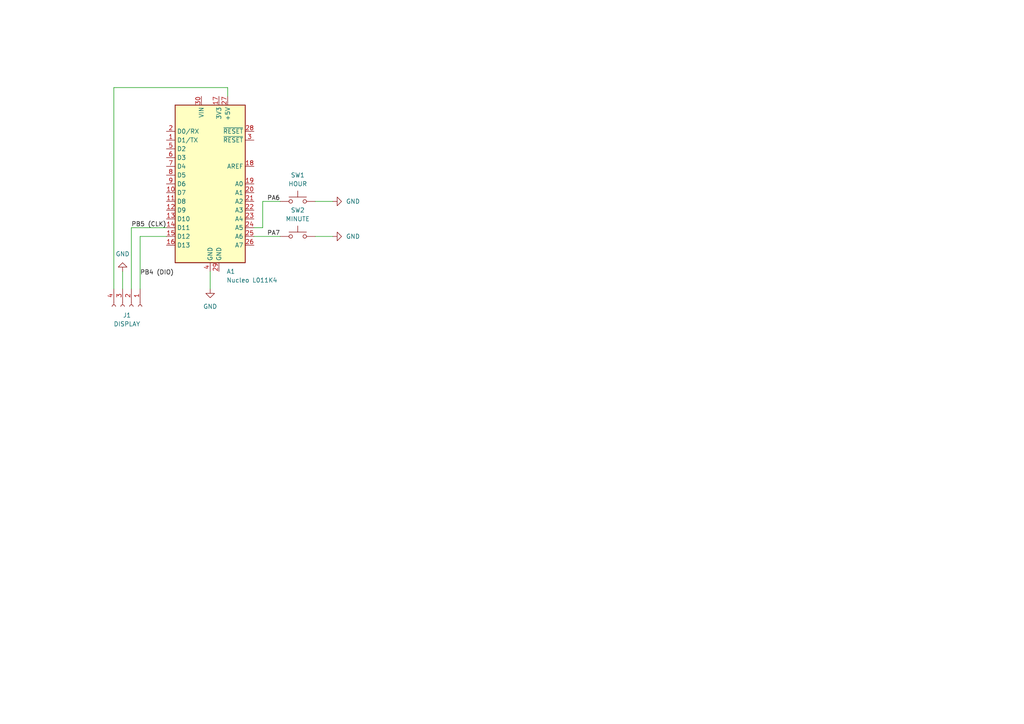
<source format=kicad_sch>
(kicad_sch (version 20230121) (generator eeschema)
  (paper "A4")
  (title_block (title "rkclock") (rev "0"))
  (lib_symbols
    (symbol "Connector:Conn_01x04_Socket" (pin_names (offset 1.016) hide)
      (property "Reference" "J" (at 0 5.08 0))
      (property "Value" "Conn_01x04_Socket" (at 0 -7.62 0))
      (symbol "Conn_01x04_Socket_1_1"
        (arc (start 0 -4.572) (mid -0.5058 -5.08) (end 0 -5.588) (stroke (width 0.1524)))
        (arc (start 0 -2.032) (mid -0.5058 -2.54) (end 0 -3.048) (stroke (width 0.1524)))
        (polyline (pts (xy -1.27 -5.08) (xy -0.508 -5.08)) (stroke (width 0.1524)))
        (polyline (pts (xy -1.27 -2.54) (xy -0.508 -2.54)) (stroke (width 0.1524)))
        (polyline (pts (xy -1.27 0) (xy -0.508 0)) (stroke (width 0.1524)))
        (polyline (pts (xy -1.27 2.54) (xy -0.508 2.54)) (stroke (width 0.1524)))
        (arc (start 0 0.508) (mid -0.5058 0) (end 0 -0.508) (stroke (width 0.1524)))
        (arc (start 0 3.048) (mid -0.5058 2.54) (end 0 2.032) (stroke (width 0.1524)))
        (pin passive line (at -5.08 2.54 0) (length 3.81) (name "Pin_1") (number "1"))
        (pin passive line (at -5.08 0 0) (length 3.81) (name "Pin_2") (number "2"))
        (pin passive line (at -5.08 -2.54 0) (length 3.81) (name "Pin_3") (number "3"))
        (pin passive line (at -5.08 -5.08 0) (length 3.81) (name "Pin_4") (number "4"))
      )
    )
    (symbol "MCU_Module:Arduino_Nano_v3.x"
      (property "Reference" "A" (at -10.16 23.495 0))
      (property "Value" "Arduino_Nano_v3.x" (at 5.08 -24.13 0))
      (symbol "Arduino_Nano_v3.x_0_1"
        (rectangle (start -10.16 22.86) (end 10.16 -22.86) (stroke (width 0.254)) (fill (type background)))
      )
      (symbol "Arduino_Nano_v3.x_1_1"
        (pin bidirectional line (at -12.7 12.7 0) (length 2.54) (name "D1/TX") (number "1"))
        (pin bidirectional line (at -12.7 -2.54 0) (length 2.54) (name "D7") (number "10"))
        (pin bidirectional line (at -12.7 -5.08 0) (length 2.54) (name "D8") (number "11"))
        (pin bidirectional line (at -12.7 -7.62 0) (length 2.54) (name "D9") (number "12"))
        (pin bidirectional line (at -12.7 -10.16 0) (length 2.54) (name "D10") (number "13"))
        (pin bidirectional line (at -12.7 -12.7 0) (length 2.54) (name "D11") (number "14"))
        (pin bidirectional line (at -12.7 -15.24 0) (length 2.54) (name "D12") (number "15"))
        (pin bidirectional line (at -12.7 -17.78 0) (length 2.54) (name "D13") (number "16"))
        (pin power_out line (at 2.54 25.4 270) (length 2.54) (name "3V3") (number "17"))
        (pin input line (at 12.7 5.08 180) (length 2.54) (name "AREF") (number "18"))
        (pin bidirectional line (at 12.7 0 180) (length 2.54) (name "A0") (number "19"))
        (pin bidirectional line (at -12.7 15.24 0) (length 2.54) (name "D0/RX") (number "2"))
        (pin bidirectional line (at 12.7 -2.54 180) (length 2.54) (name "A1") (number "20"))
        (pin bidirectional line (at 12.7 -5.08 180) (length 2.54) (name "A2") (number "21"))
        (pin bidirectional line (at 12.7 -7.62 180) (length 2.54) (name "A3") (number "22"))
        (pin bidirectional line (at 12.7 -10.16 180) (length 2.54) (name "A4") (number "23"))
        (pin bidirectional line (at 12.7 -12.7 180) (length 2.54) (name "A5") (number "24"))
        (pin bidirectional line (at 12.7 -15.24 180) (length 2.54) (name "A6") (number "25"))
        (pin bidirectional line (at 12.7 -17.78 180) (length 2.54) (name "A7") (number "26"))
        (pin power_out line (at 5.08 25.4 270) (length 2.54) (name "+5V") (number "27"))
        (pin input line (at 12.7 15.24 180) (length 2.54) (name "~{RESET}") (number "28"))
        (pin power_in line (at 2.54 -25.4 90) (length 2.54) (name "GND") (number "29"))
        (pin input line (at 12.7 12.7 180) (length 2.54) (name "~{RESET}") (number "3"))
        (pin power_in line (at -2.54 25.4 270) (length 2.54) (name "VIN") (number "30"))
        (pin power_in line (at 0 -25.4 90) (length 2.54) (name "GND") (number "4"))
        (pin bidirectional line (at -12.7 10.16 0) (length 2.54) (name "D2") (number "5"))
        (pin bidirectional line (at -12.7 7.62 0) (length 2.54) (name "D3") (number "6"))
        (pin bidirectional line (at -12.7 5.08 0) (length 2.54) (name "D4") (number "7"))
        (pin bidirectional line (at -12.7 2.54 0) (length 2.54) (name "D5") (number "8"))
        (pin bidirectional line (at -12.7 0 0) (length 2.54) (name "D6") (number "9"))
      )
    )
    (symbol "Switch:SW_Omron_B3FS" (pin_numbers hide) (pin_names (offset 1.016) hide)
      (property "Reference" "SW" (at 1.27 2.54 0))
      (property "Value" "SW_Omron_B3FS" (at 0 -1.524 0))
      (symbol "SW_Omron_B3FS_0_1"
        (circle (center -2.032 0) (radius 0.508))
        (polyline (pts (xy 0 1.27) (xy 0 3.048)))
        (polyline (pts (xy 2.54 1.27) (xy -2.54 1.27)))
        (circle (center 2.032 0) (radius 0.508))
        (pin passive line (at -5.08 0 0) (length 2.54) (name "1") (number "1"))
        (pin passive line (at 5.08 0 180) (length 2.54) (name "2") (number "2"))
      )
    )
    (symbol "power:GND" (power) (pin_names (offset 0))
      (property "Value" "GND" (at 0 -3.81 0))
      (symbol "GND_0_1"
        (polyline (pts (xy 0 0) (xy 0 -1.27) (xy 1.27 -1.27) (xy 0 -2.54) (xy -1.27 -1.27) (xy 0 -1.27)))
      )
      (symbol "GND_1_1"
        (pin power_in line (at 0 0 270) (length 0) hide (name "GND") (number "1"))
      )
    )
  )
  (wire (pts (xy 48.26 68.58) (xy 40.64 68.58)))
  (wire (pts (xy 91.44 68.58) (xy 96.52 68.58)))
  (wire (pts (xy 48.26 66.04) (xy 38.1 66.04)))
  (wire (pts (xy 73.66 68.58) (xy 81.28 68.58)))
  (wire (pts (xy 33.02 25.4) (xy 33.02 83.82)))
  (wire (pts (xy 91.44 58.42) (xy 96.52 58.42)))
  (wire (pts (xy 38.1 66.04) (xy 38.1 83.82)))
  (wire (pts (xy 73.66 66.04) (xy 76.2 66.04)))
  (wire (pts (xy 40.64 68.58) (xy 40.64 83.82)))
  (wire (pts (xy 76.2 66.04) (xy 76.2 58.42)))
  (wire (pts (xy 60.96 78.74) (xy 60.96 83.82)))
  (wire (pts (xy 66.04 27.94) (xy 66.04 25.4)))
  (wire (pts (xy 66.04 25.4) (xy 33.02 25.4)))
  (wire (pts (xy 76.2 58.42) (xy 81.28 58.42)))
  (wire (pts (xy 35.56 78.74) (xy 35.56 83.82)))
  (label "PA7" (at 77.47 68.58 0))
  (label "PB4 (DIO)" (at 40.64 80.01 0))
  (label "PB5 (CLK)" (at 38.1 66.04 0))
  (label "PA6" (at 77.47 58.42 0))
  (symbol (lib_id "power:GND") (at 96.52 68.58 90) (unit 1)
    (property "Reference" "#PWR04" (effects hide))
    (property "Value" "GND" (at 100.33 68.58 90) (effects (justify right)))
  )
  (symbol (lib_id "MCU_Module:Arduino_Nano_v3.x") (at 60.96 53.34 0) (unit 1)
    (property "Reference" "A1" (at 65.6941 78.74 0) (effects (justify left)))
    (property "Value" "Nucleo L011K4" (at 65.6941 81.28 0) (effects (justify left)))
    (property "Footprint" "Module:Arduino_Nano" (effects hide))
    (property "Datasheet" "http://www.mouser.com/pdfdocs/Gravitech_Arduino_Nano3_0.pdf" (effects hide))
  )
  (symbol (lib_id "Connector:Conn_01x04_Socket") (at 38.1 88.9 270) (unit 1)
    (property "Reference" "J1" (at 36.83 91.44 90))
    (property "Value" "DISPLAY" (at 36.83 93.98 90))
  )
  (symbol (lib_id "power:GND") (at 35.56 78.74 180) (unit 1)
    (property "Reference" "#PWR02" (effects hide))
    (property "Value" "GND" (at 35.56 73.66 0))
  )
  (symbol (lib_id "power:GND") (at 96.52 58.42 90) (unit 1)
    (property "Reference" "#PWR03" (effects hide))
    (property "Value" "GND" (at 100.33 58.42 90) (effects (justify right)))
  )
  (symbol (lib_id "Switch:SW_Omron_B3FS") (at 86.36 68.58 0) (unit 1)
    (property "Reference" "SW2" (at 86.36 60.96 0))
    (property "Value" "MINUTE" (at 86.36 63.5 0))
    (property "Datasheet" "https://omronfs.omron.com/en_US/ecb/products/pdf/en-b3fs.pdf" (effects hide))
  )
  (symbol (lib_id "power:GND") (at 60.96 83.82 0) (unit 1)
    (property "Reference" "#PWR01" (effects hide))
    (property "Value" "GND" (at 60.96 88.9 0))
  )
  (symbol (lib_id "Switch:SW_Omron_B3FS") (at 86.36 58.42 0) (unit 1)
    (property "Reference" "SW1" (at 86.36 50.8 0))
    (property "Value" "HOUR" (at 86.36 53.34 0))
    (property "Datasheet" "https://omronfs.omron.com/en_US/ecb/products/pdf/en-b3fs.pdf" (effects hide))
  )
)
</source>
